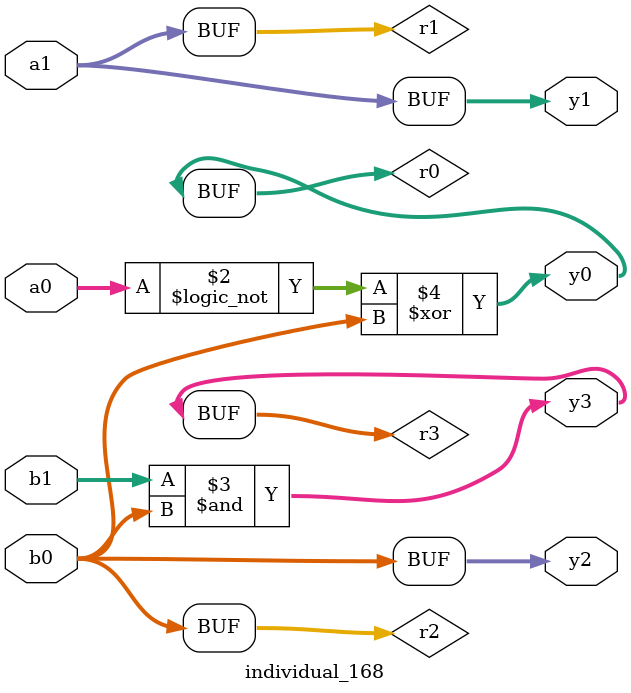
<source format=sv>
module individual_168(input logic [15:0] a1, input logic [15:0] a0, input logic [15:0] b1, input logic [15:0] b0, output logic [15:0] y3, output logic [15:0] y2, output logic [15:0] y1, output logic [15:0] y0);
logic [15:0] r0, r1, r2, r3; 
 always@(*) begin 
	 r0 = a0; r1 = a1; r2 = b0; r3 = b1; 
 	 r0 = ! a0 ;
 	 r3  &=  r2 ;
 	 r0  ^=  b0 ;
 	 y3 = r3; y2 = r2; y1 = r1; y0 = r0; 
end
endmodule
</source>
